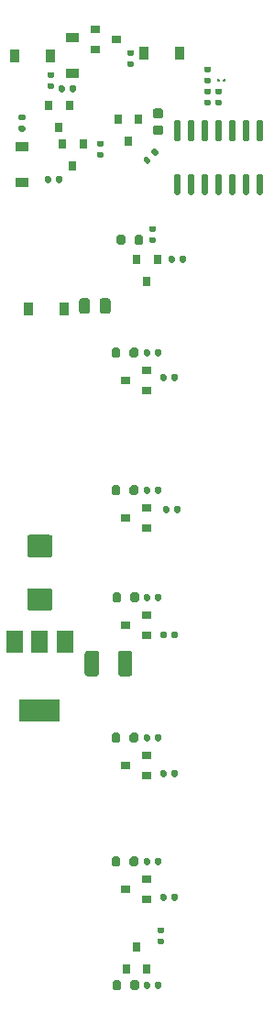
<source format=gtp>
G04 #@! TF.GenerationSoftware,KiCad,Pcbnew,(5.1.7)-1*
G04 #@! TF.CreationDate,2021-01-31T04:24:23+01:00*
G04 #@! TF.ProjectId,clockdiv,636c6f63-6b64-4697-962e-6b696361645f,rev?*
G04 #@! TF.SameCoordinates,Original*
G04 #@! TF.FileFunction,Paste,Top*
G04 #@! TF.FilePolarity,Positive*
%FSLAX46Y46*%
G04 Gerber Fmt 4.6, Leading zero omitted, Abs format (unit mm)*
G04 Created by KiCad (PCBNEW (5.1.7)-1) date 2021-01-31 04:24:23*
%MOMM*%
%LPD*%
G01*
G04 APERTURE LIST*
%ADD10R,1.500000X2.000000*%
%ADD11R,3.800000X2.000000*%
%ADD12R,0.800000X0.900000*%
%ADD13R,0.900000X1.200000*%
%ADD14R,1.200000X0.900000*%
%ADD15R,0.900000X0.800000*%
G04 APERTURE END LIST*
G04 #@! TO.C,R22*
G36*
G01*
X122950000Y-133292000D02*
X122950000Y-133662000D01*
G75*
G02*
X122815000Y-133797000I-135000J0D01*
G01*
X122545000Y-133797000D01*
G75*
G02*
X122410000Y-133662000I0J135000D01*
G01*
X122410000Y-133292000D01*
G75*
G02*
X122545000Y-133157000I135000J0D01*
G01*
X122815000Y-133157000D01*
G75*
G02*
X122950000Y-133292000I0J-135000D01*
G01*
G37*
G36*
G01*
X123970000Y-133292000D02*
X123970000Y-133662000D01*
G75*
G02*
X123835000Y-133797000I-135000J0D01*
G01*
X123565000Y-133797000D01*
G75*
G02*
X123430000Y-133662000I0J135000D01*
G01*
X123430000Y-133292000D01*
G75*
G02*
X123565000Y-133157000I135000J0D01*
G01*
X123835000Y-133157000D01*
G75*
G02*
X123970000Y-133292000I0J-135000D01*
G01*
G37*
G04 #@! TD*
G04 #@! TO.C,R31*
G36*
G01*
X118764000Y-165587000D02*
X118764000Y-166137000D01*
G75*
G02*
X118564000Y-166337000I-200000J0D01*
G01*
X118164000Y-166337000D01*
G75*
G02*
X117964000Y-166137000I0J200000D01*
G01*
X117964000Y-165587000D01*
G75*
G02*
X118164000Y-165387000I200000J0D01*
G01*
X118564000Y-165387000D01*
G75*
G02*
X118764000Y-165587000I0J-200000D01*
G01*
G37*
G36*
G01*
X120414000Y-165587000D02*
X120414000Y-166137000D01*
G75*
G02*
X120214000Y-166337000I-200000J0D01*
G01*
X119814000Y-166337000D01*
G75*
G02*
X119614000Y-166137000I0J200000D01*
G01*
X119614000Y-165587000D01*
G75*
G02*
X119814000Y-165387000I200000J0D01*
G01*
X120214000Y-165387000D01*
G75*
G02*
X120414000Y-165587000I0J-200000D01*
G01*
G37*
G04 #@! TD*
G04 #@! TO.C,R30*
G36*
G01*
X118701000Y-154157000D02*
X118701000Y-154707000D01*
G75*
G02*
X118501000Y-154907000I-200000J0D01*
G01*
X118101000Y-154907000D01*
G75*
G02*
X117901000Y-154707000I0J200000D01*
G01*
X117901000Y-154157000D01*
G75*
G02*
X118101000Y-153957000I200000J0D01*
G01*
X118501000Y-153957000D01*
G75*
G02*
X118701000Y-154157000I0J-200000D01*
G01*
G37*
G36*
G01*
X120351000Y-154157000D02*
X120351000Y-154707000D01*
G75*
G02*
X120151000Y-154907000I-200000J0D01*
G01*
X119751000Y-154907000D01*
G75*
G02*
X119551000Y-154707000I0J200000D01*
G01*
X119551000Y-154157000D01*
G75*
G02*
X119751000Y-153957000I200000J0D01*
G01*
X120151000Y-153957000D01*
G75*
G02*
X120351000Y-154157000I0J-200000D01*
G01*
G37*
G04 #@! TD*
G04 #@! TO.C,R27*
G36*
G01*
X118701000Y-142727000D02*
X118701000Y-143277000D01*
G75*
G02*
X118501000Y-143477000I-200000J0D01*
G01*
X118101000Y-143477000D01*
G75*
G02*
X117901000Y-143277000I0J200000D01*
G01*
X117901000Y-142727000D01*
G75*
G02*
X118101000Y-142527000I200000J0D01*
G01*
X118501000Y-142527000D01*
G75*
G02*
X118701000Y-142727000I0J-200000D01*
G01*
G37*
G36*
G01*
X120351000Y-142727000D02*
X120351000Y-143277000D01*
G75*
G02*
X120151000Y-143477000I-200000J0D01*
G01*
X119751000Y-143477000D01*
G75*
G02*
X119551000Y-143277000I0J200000D01*
G01*
X119551000Y-142727000D01*
G75*
G02*
X119751000Y-142527000I200000J0D01*
G01*
X120151000Y-142527000D01*
G75*
G02*
X120351000Y-142727000I0J-200000D01*
G01*
G37*
G04 #@! TD*
G04 #@! TO.C,R24*
G36*
G01*
X118764000Y-129773000D02*
X118764000Y-130323000D01*
G75*
G02*
X118564000Y-130523000I-200000J0D01*
G01*
X118164000Y-130523000D01*
G75*
G02*
X117964000Y-130323000I0J200000D01*
G01*
X117964000Y-129773000D01*
G75*
G02*
X118164000Y-129573000I200000J0D01*
G01*
X118564000Y-129573000D01*
G75*
G02*
X118764000Y-129773000I0J-200000D01*
G01*
G37*
G36*
G01*
X120414000Y-129773000D02*
X120414000Y-130323000D01*
G75*
G02*
X120214000Y-130523000I-200000J0D01*
G01*
X119814000Y-130523000D01*
G75*
G02*
X119614000Y-130323000I0J200000D01*
G01*
X119614000Y-129773000D01*
G75*
G02*
X119814000Y-129573000I200000J0D01*
G01*
X120214000Y-129573000D01*
G75*
G02*
X120414000Y-129773000I0J-200000D01*
G01*
G37*
G04 #@! TD*
G04 #@! TO.C,R21*
G36*
G01*
X118701000Y-107167000D02*
X118701000Y-107717000D01*
G75*
G02*
X118501000Y-107917000I-200000J0D01*
G01*
X118101000Y-107917000D01*
G75*
G02*
X117901000Y-107717000I0J200000D01*
G01*
X117901000Y-107167000D01*
G75*
G02*
X118101000Y-106967000I200000J0D01*
G01*
X118501000Y-106967000D01*
G75*
G02*
X118701000Y-107167000I0J-200000D01*
G01*
G37*
G36*
G01*
X120351000Y-107167000D02*
X120351000Y-107717000D01*
G75*
G02*
X120151000Y-107917000I-200000J0D01*
G01*
X119751000Y-107917000D01*
G75*
G02*
X119551000Y-107717000I0J200000D01*
G01*
X119551000Y-107167000D01*
G75*
G02*
X119751000Y-106967000I200000J0D01*
G01*
X120151000Y-106967000D01*
G75*
G02*
X120351000Y-107167000I0J-200000D01*
G01*
G37*
G04 #@! TD*
G04 #@! TO.C,R18*
G36*
G01*
X118701000Y-119867000D02*
X118701000Y-120417000D01*
G75*
G02*
X118501000Y-120617000I-200000J0D01*
G01*
X118101000Y-120617000D01*
G75*
G02*
X117901000Y-120417000I0J200000D01*
G01*
X117901000Y-119867000D01*
G75*
G02*
X118101000Y-119667000I200000J0D01*
G01*
X118501000Y-119667000D01*
G75*
G02*
X118701000Y-119867000I0J-200000D01*
G01*
G37*
G36*
G01*
X120351000Y-119867000D02*
X120351000Y-120417000D01*
G75*
G02*
X120151000Y-120617000I-200000J0D01*
G01*
X119751000Y-120617000D01*
G75*
G02*
X119551000Y-120417000I0J200000D01*
G01*
X119551000Y-119867000D01*
G75*
G02*
X119751000Y-119667000I200000J0D01*
G01*
X120151000Y-119667000D01*
G75*
G02*
X120351000Y-119867000I0J-200000D01*
G01*
G37*
G04 #@! TD*
G04 #@! TO.C,R15*
G36*
G01*
X119146000Y-96753000D02*
X119146000Y-97303000D01*
G75*
G02*
X118946000Y-97503000I-200000J0D01*
G01*
X118546000Y-97503000D01*
G75*
G02*
X118346000Y-97303000I0J200000D01*
G01*
X118346000Y-96753000D01*
G75*
G02*
X118546000Y-96553000I200000J0D01*
G01*
X118946000Y-96553000D01*
G75*
G02*
X119146000Y-96753000I0J-200000D01*
G01*
G37*
G36*
G01*
X120796000Y-96753000D02*
X120796000Y-97303000D01*
G75*
G02*
X120596000Y-97503000I-200000J0D01*
G01*
X120196000Y-97503000D01*
G75*
G02*
X119996000Y-97303000I0J200000D01*
G01*
X119996000Y-96753000D01*
G75*
G02*
X120196000Y-96553000I200000J0D01*
G01*
X120596000Y-96553000D01*
G75*
G02*
X120796000Y-96753000I0J-200000D01*
G01*
G37*
G04 #@! TD*
G04 #@! TO.C,R8*
G36*
G01*
X121218104Y-89340267D02*
X121479733Y-89601896D01*
G75*
G02*
X121479733Y-89792814I-95459J-95459D01*
G01*
X121288814Y-89983733D01*
G75*
G02*
X121097896Y-89983733I-95459J95459D01*
G01*
X120836267Y-89722104D01*
G75*
G02*
X120836267Y-89531186I95459J95459D01*
G01*
X121027186Y-89340267D01*
G75*
G02*
X121218104Y-89340267I95459J-95459D01*
G01*
G37*
G36*
G01*
X121939352Y-88619019D02*
X122200981Y-88880648D01*
G75*
G02*
X122200981Y-89071566I-95459J-95459D01*
G01*
X122010062Y-89262485D01*
G75*
G02*
X121819144Y-89262485I-95459J95459D01*
G01*
X121557515Y-89000856D01*
G75*
G02*
X121557515Y-88809938I95459J95459D01*
G01*
X121748434Y-88619019D01*
G75*
G02*
X121939352Y-88619019I95459J-95459D01*
G01*
G37*
G04 #@! TD*
D10*
G04 #@! TO.C,U2*
X113552000Y-134162000D03*
X108952000Y-134162000D03*
X111252000Y-134162000D03*
D11*
X111252000Y-140462000D03*
G04 #@! TD*
G04 #@! TO.C,C6*
G36*
G01*
X116727000Y-135218997D02*
X116727000Y-137069003D01*
G75*
G02*
X116477003Y-137319000I-249997J0D01*
G01*
X115651997Y-137319000D01*
G75*
G02*
X115402000Y-137069003I0J249997D01*
G01*
X115402000Y-135218997D01*
G75*
G02*
X115651997Y-134969000I249997J0D01*
G01*
X116477003Y-134969000D01*
G75*
G02*
X116727000Y-135218997I0J-249997D01*
G01*
G37*
G36*
G01*
X119802000Y-135218997D02*
X119802000Y-137069003D01*
G75*
G02*
X119552003Y-137319000I-249997J0D01*
G01*
X118726997Y-137319000D01*
G75*
G02*
X118477000Y-137069003I0J249997D01*
G01*
X118477000Y-135218997D01*
G75*
G02*
X118726997Y-134969000I249997J0D01*
G01*
X119552003Y-134969000D01*
G75*
G02*
X119802000Y-135218997I0J-249997D01*
G01*
G37*
G04 #@! TD*
G04 #@! TO.C,C5*
G36*
G01*
X112177000Y-126337000D02*
X110327000Y-126337000D01*
G75*
G02*
X110077000Y-126087000I0J250000D01*
G01*
X110077000Y-124512000D01*
G75*
G02*
X110327000Y-124262000I250000J0D01*
G01*
X112177000Y-124262000D01*
G75*
G02*
X112427000Y-124512000I0J-250000D01*
G01*
X112427000Y-126087000D01*
G75*
G02*
X112177000Y-126337000I-250000J0D01*
G01*
G37*
G36*
G01*
X112177000Y-131262000D02*
X110327000Y-131262000D01*
G75*
G02*
X110077000Y-131012000I0J250000D01*
G01*
X110077000Y-129437000D01*
G75*
G02*
X110327000Y-129187000I250000J0D01*
G01*
X112177000Y-129187000D01*
G75*
G02*
X112427000Y-129437000I0J-250000D01*
G01*
X112427000Y-131012000D01*
G75*
G02*
X112177000Y-131262000I-250000J0D01*
G01*
G37*
G04 #@! TD*
G04 #@! TO.C,R12*
G36*
G01*
X121906000Y-166047000D02*
X121906000Y-165677000D01*
G75*
G02*
X122041000Y-165542000I135000J0D01*
G01*
X122311000Y-165542000D01*
G75*
G02*
X122446000Y-165677000I0J-135000D01*
G01*
X122446000Y-166047000D01*
G75*
G02*
X122311000Y-166182000I-135000J0D01*
G01*
X122041000Y-166182000D01*
G75*
G02*
X121906000Y-166047000I0J135000D01*
G01*
G37*
G36*
G01*
X120886000Y-166047000D02*
X120886000Y-165677000D01*
G75*
G02*
X121021000Y-165542000I135000J0D01*
G01*
X121291000Y-165542000D01*
G75*
G02*
X121426000Y-165677000I0J-135000D01*
G01*
X121426000Y-166047000D01*
G75*
G02*
X121291000Y-166182000I-135000J0D01*
G01*
X121021000Y-166182000D01*
G75*
G02*
X120886000Y-166047000I0J135000D01*
G01*
G37*
G04 #@! TD*
G04 #@! TO.C,R10*
G36*
G01*
X122243000Y-161530000D02*
X122613000Y-161530000D01*
G75*
G02*
X122748000Y-161665000I0J-135000D01*
G01*
X122748000Y-161935000D01*
G75*
G02*
X122613000Y-162070000I-135000J0D01*
G01*
X122243000Y-162070000D01*
G75*
G02*
X122108000Y-161935000I0J135000D01*
G01*
X122108000Y-161665000D01*
G75*
G02*
X122243000Y-161530000I135000J0D01*
G01*
G37*
G36*
G01*
X122243000Y-160510000D02*
X122613000Y-160510000D01*
G75*
G02*
X122748000Y-160645000I0J-135000D01*
G01*
X122748000Y-160915000D01*
G75*
G02*
X122613000Y-161050000I-135000J0D01*
G01*
X122243000Y-161050000D01*
G75*
G02*
X122108000Y-160915000I0J135000D01*
G01*
X122108000Y-160645000D01*
G75*
G02*
X122243000Y-160510000I135000J0D01*
G01*
G37*
G04 #@! TD*
D12*
G04 #@! TO.C,Q5*
X120208000Y-162322000D03*
X121158000Y-164322000D03*
X119258000Y-164322000D03*
G04 #@! TD*
G04 #@! TO.C,U1*
G36*
G01*
X124102000Y-87908000D02*
X123802000Y-87908000D01*
G75*
G02*
X123652000Y-87758000I0J150000D01*
G01*
X123652000Y-86108000D01*
G75*
G02*
X123802000Y-85958000I150000J0D01*
G01*
X124102000Y-85958000D01*
G75*
G02*
X124252000Y-86108000I0J-150000D01*
G01*
X124252000Y-87758000D01*
G75*
G02*
X124102000Y-87908000I-150000J0D01*
G01*
G37*
G36*
G01*
X125372000Y-87908000D02*
X125072000Y-87908000D01*
G75*
G02*
X124922000Y-87758000I0J150000D01*
G01*
X124922000Y-86108000D01*
G75*
G02*
X125072000Y-85958000I150000J0D01*
G01*
X125372000Y-85958000D01*
G75*
G02*
X125522000Y-86108000I0J-150000D01*
G01*
X125522000Y-87758000D01*
G75*
G02*
X125372000Y-87908000I-150000J0D01*
G01*
G37*
G36*
G01*
X126642000Y-87908000D02*
X126342000Y-87908000D01*
G75*
G02*
X126192000Y-87758000I0J150000D01*
G01*
X126192000Y-86108000D01*
G75*
G02*
X126342000Y-85958000I150000J0D01*
G01*
X126642000Y-85958000D01*
G75*
G02*
X126792000Y-86108000I0J-150000D01*
G01*
X126792000Y-87758000D01*
G75*
G02*
X126642000Y-87908000I-150000J0D01*
G01*
G37*
G36*
G01*
X127912000Y-87908000D02*
X127612000Y-87908000D01*
G75*
G02*
X127462000Y-87758000I0J150000D01*
G01*
X127462000Y-86108000D01*
G75*
G02*
X127612000Y-85958000I150000J0D01*
G01*
X127912000Y-85958000D01*
G75*
G02*
X128062000Y-86108000I0J-150000D01*
G01*
X128062000Y-87758000D01*
G75*
G02*
X127912000Y-87908000I-150000J0D01*
G01*
G37*
G36*
G01*
X129182000Y-87908000D02*
X128882000Y-87908000D01*
G75*
G02*
X128732000Y-87758000I0J150000D01*
G01*
X128732000Y-86108000D01*
G75*
G02*
X128882000Y-85958000I150000J0D01*
G01*
X129182000Y-85958000D01*
G75*
G02*
X129332000Y-86108000I0J-150000D01*
G01*
X129332000Y-87758000D01*
G75*
G02*
X129182000Y-87908000I-150000J0D01*
G01*
G37*
G36*
G01*
X130452000Y-87908000D02*
X130152000Y-87908000D01*
G75*
G02*
X130002000Y-87758000I0J150000D01*
G01*
X130002000Y-86108000D01*
G75*
G02*
X130152000Y-85958000I150000J0D01*
G01*
X130452000Y-85958000D01*
G75*
G02*
X130602000Y-86108000I0J-150000D01*
G01*
X130602000Y-87758000D01*
G75*
G02*
X130452000Y-87908000I-150000J0D01*
G01*
G37*
G36*
G01*
X131722000Y-87908000D02*
X131422000Y-87908000D01*
G75*
G02*
X131272000Y-87758000I0J150000D01*
G01*
X131272000Y-86108000D01*
G75*
G02*
X131422000Y-85958000I150000J0D01*
G01*
X131722000Y-85958000D01*
G75*
G02*
X131872000Y-86108000I0J-150000D01*
G01*
X131872000Y-87758000D01*
G75*
G02*
X131722000Y-87908000I-150000J0D01*
G01*
G37*
G36*
G01*
X131722000Y-92858000D02*
X131422000Y-92858000D01*
G75*
G02*
X131272000Y-92708000I0J150000D01*
G01*
X131272000Y-91058000D01*
G75*
G02*
X131422000Y-90908000I150000J0D01*
G01*
X131722000Y-90908000D01*
G75*
G02*
X131872000Y-91058000I0J-150000D01*
G01*
X131872000Y-92708000D01*
G75*
G02*
X131722000Y-92858000I-150000J0D01*
G01*
G37*
G36*
G01*
X130452000Y-92858000D02*
X130152000Y-92858000D01*
G75*
G02*
X130002000Y-92708000I0J150000D01*
G01*
X130002000Y-91058000D01*
G75*
G02*
X130152000Y-90908000I150000J0D01*
G01*
X130452000Y-90908000D01*
G75*
G02*
X130602000Y-91058000I0J-150000D01*
G01*
X130602000Y-92708000D01*
G75*
G02*
X130452000Y-92858000I-150000J0D01*
G01*
G37*
G36*
G01*
X129182000Y-92858000D02*
X128882000Y-92858000D01*
G75*
G02*
X128732000Y-92708000I0J150000D01*
G01*
X128732000Y-91058000D01*
G75*
G02*
X128882000Y-90908000I150000J0D01*
G01*
X129182000Y-90908000D01*
G75*
G02*
X129332000Y-91058000I0J-150000D01*
G01*
X129332000Y-92708000D01*
G75*
G02*
X129182000Y-92858000I-150000J0D01*
G01*
G37*
G36*
G01*
X127912000Y-92858000D02*
X127612000Y-92858000D01*
G75*
G02*
X127462000Y-92708000I0J150000D01*
G01*
X127462000Y-91058000D01*
G75*
G02*
X127612000Y-90908000I150000J0D01*
G01*
X127912000Y-90908000D01*
G75*
G02*
X128062000Y-91058000I0J-150000D01*
G01*
X128062000Y-92708000D01*
G75*
G02*
X127912000Y-92858000I-150000J0D01*
G01*
G37*
G36*
G01*
X126642000Y-92858000D02*
X126342000Y-92858000D01*
G75*
G02*
X126192000Y-92708000I0J150000D01*
G01*
X126192000Y-91058000D01*
G75*
G02*
X126342000Y-90908000I150000J0D01*
G01*
X126642000Y-90908000D01*
G75*
G02*
X126792000Y-91058000I0J-150000D01*
G01*
X126792000Y-92708000D01*
G75*
G02*
X126642000Y-92858000I-150000J0D01*
G01*
G37*
G36*
G01*
X125372000Y-92858000D02*
X125072000Y-92858000D01*
G75*
G02*
X124922000Y-92708000I0J150000D01*
G01*
X124922000Y-91058000D01*
G75*
G02*
X125072000Y-90908000I150000J0D01*
G01*
X125372000Y-90908000D01*
G75*
G02*
X125522000Y-91058000I0J-150000D01*
G01*
X125522000Y-92708000D01*
G75*
G02*
X125372000Y-92858000I-150000J0D01*
G01*
G37*
G36*
G01*
X124102000Y-92858000D02*
X123802000Y-92858000D01*
G75*
G02*
X123652000Y-92708000I0J150000D01*
G01*
X123652000Y-91058000D01*
G75*
G02*
X123802000Y-90908000I150000J0D01*
G01*
X124102000Y-90908000D01*
G75*
G02*
X124252000Y-91058000I0J-150000D01*
G01*
X124252000Y-92708000D01*
G75*
G02*
X124102000Y-92858000I-150000J0D01*
G01*
G37*
G04 #@! TD*
G04 #@! TO.C,R11*
G36*
G01*
X112762000Y-91625000D02*
X112762000Y-91255000D01*
G75*
G02*
X112897000Y-91120000I135000J0D01*
G01*
X113167000Y-91120000D01*
G75*
G02*
X113302000Y-91255000I0J-135000D01*
G01*
X113302000Y-91625000D01*
G75*
G02*
X113167000Y-91760000I-135000J0D01*
G01*
X112897000Y-91760000D01*
G75*
G02*
X112762000Y-91625000I0J135000D01*
G01*
G37*
G36*
G01*
X111742000Y-91625000D02*
X111742000Y-91255000D01*
G75*
G02*
X111877000Y-91120000I135000J0D01*
G01*
X112147000Y-91120000D01*
G75*
G02*
X112282000Y-91255000I0J-135000D01*
G01*
X112282000Y-91625000D01*
G75*
G02*
X112147000Y-91760000I-135000J0D01*
G01*
X111877000Y-91760000D01*
G75*
G02*
X111742000Y-91625000I0J135000D01*
G01*
G37*
G04 #@! TD*
D13*
G04 #@! TO.C,D5*
X110238000Y-103378000D03*
X113538000Y-103378000D03*
G04 #@! TD*
G04 #@! TO.C,C4*
G36*
G01*
X116782000Y-103599000D02*
X116782000Y-102649000D01*
G75*
G02*
X117032000Y-102399000I250000J0D01*
G01*
X117532000Y-102399000D01*
G75*
G02*
X117782000Y-102649000I0J-250000D01*
G01*
X117782000Y-103599000D01*
G75*
G02*
X117532000Y-103849000I-250000J0D01*
G01*
X117032000Y-103849000D01*
G75*
G02*
X116782000Y-103599000I0J250000D01*
G01*
G37*
G36*
G01*
X114882000Y-103599000D02*
X114882000Y-102649000D01*
G75*
G02*
X115132000Y-102399000I250000J0D01*
G01*
X115632000Y-102399000D01*
G75*
G02*
X115882000Y-102649000I0J-250000D01*
G01*
X115882000Y-103599000D01*
G75*
G02*
X115632000Y-103849000I-250000J0D01*
G01*
X115132000Y-103849000D01*
G75*
G02*
X114882000Y-103599000I0J250000D01*
G01*
G37*
G04 #@! TD*
D14*
G04 #@! TO.C,D4*
X114300000Y-78360000D03*
X114300000Y-81660000D03*
G04 #@! TD*
G04 #@! TO.C,D3*
X109601000Y-91693000D03*
X109601000Y-88393000D03*
G04 #@! TD*
D13*
G04 #@! TO.C,D2*
X108968000Y-80010000D03*
X112268000Y-80010000D03*
G04 #@! TD*
G04 #@! TO.C,D1*
X124206000Y-79756000D03*
X120906000Y-79756000D03*
G04 #@! TD*
G04 #@! TO.C,C2*
G36*
G01*
X121924000Y-86431000D02*
X122424000Y-86431000D01*
G75*
G02*
X122649000Y-86656000I0J-225000D01*
G01*
X122649000Y-87106000D01*
G75*
G02*
X122424000Y-87331000I-225000J0D01*
G01*
X121924000Y-87331000D01*
G75*
G02*
X121699000Y-87106000I0J225000D01*
G01*
X121699000Y-86656000D01*
G75*
G02*
X121924000Y-86431000I225000J0D01*
G01*
G37*
G36*
G01*
X121924000Y-84881000D02*
X122424000Y-84881000D01*
G75*
G02*
X122649000Y-85106000I0J-225000D01*
G01*
X122649000Y-85556000D01*
G75*
G02*
X122424000Y-85781000I-225000J0D01*
G01*
X121924000Y-85781000D01*
G75*
G02*
X121699000Y-85556000I0J225000D01*
G01*
X121699000Y-85106000D01*
G75*
G02*
X121924000Y-84881000I225000J0D01*
G01*
G37*
G04 #@! TD*
G04 #@! TO.C,R29*
G36*
G01*
X121908000Y-154617000D02*
X121908000Y-154247000D01*
G75*
G02*
X122043000Y-154112000I135000J0D01*
G01*
X122313000Y-154112000D01*
G75*
G02*
X122448000Y-154247000I0J-135000D01*
G01*
X122448000Y-154617000D01*
G75*
G02*
X122313000Y-154752000I-135000J0D01*
G01*
X122043000Y-154752000D01*
G75*
G02*
X121908000Y-154617000I0J135000D01*
G01*
G37*
G36*
G01*
X120888000Y-154617000D02*
X120888000Y-154247000D01*
G75*
G02*
X121023000Y-154112000I135000J0D01*
G01*
X121293000Y-154112000D01*
G75*
G02*
X121428000Y-154247000I0J-135000D01*
G01*
X121428000Y-154617000D01*
G75*
G02*
X121293000Y-154752000I-135000J0D01*
G01*
X121023000Y-154752000D01*
G75*
G02*
X120888000Y-154617000I0J135000D01*
G01*
G37*
G04 #@! TD*
G04 #@! TO.C,R28*
G36*
G01*
X122950000Y-157549000D02*
X122950000Y-157919000D01*
G75*
G02*
X122815000Y-158054000I-135000J0D01*
G01*
X122545000Y-158054000D01*
G75*
G02*
X122410000Y-157919000I0J135000D01*
G01*
X122410000Y-157549000D01*
G75*
G02*
X122545000Y-157414000I135000J0D01*
G01*
X122815000Y-157414000D01*
G75*
G02*
X122950000Y-157549000I0J-135000D01*
G01*
G37*
G36*
G01*
X123970000Y-157549000D02*
X123970000Y-157919000D01*
G75*
G02*
X123835000Y-158054000I-135000J0D01*
G01*
X123565000Y-158054000D01*
G75*
G02*
X123430000Y-157919000I0J135000D01*
G01*
X123430000Y-157549000D01*
G75*
G02*
X123565000Y-157414000I135000J0D01*
G01*
X123835000Y-157414000D01*
G75*
G02*
X123970000Y-157549000I0J-135000D01*
G01*
G37*
G04 #@! TD*
G04 #@! TO.C,R26*
G36*
G01*
X121906000Y-143187000D02*
X121906000Y-142817000D01*
G75*
G02*
X122041000Y-142682000I135000J0D01*
G01*
X122311000Y-142682000D01*
G75*
G02*
X122446000Y-142817000I0J-135000D01*
G01*
X122446000Y-143187000D01*
G75*
G02*
X122311000Y-143322000I-135000J0D01*
G01*
X122041000Y-143322000D01*
G75*
G02*
X121906000Y-143187000I0J135000D01*
G01*
G37*
G36*
G01*
X120886000Y-143187000D02*
X120886000Y-142817000D01*
G75*
G02*
X121021000Y-142682000I135000J0D01*
G01*
X121291000Y-142682000D01*
G75*
G02*
X121426000Y-142817000I0J-135000D01*
G01*
X121426000Y-143187000D01*
G75*
G02*
X121291000Y-143322000I-135000J0D01*
G01*
X121021000Y-143322000D01*
G75*
G02*
X120886000Y-143187000I0J135000D01*
G01*
G37*
G04 #@! TD*
G04 #@! TO.C,R25*
G36*
G01*
X122952000Y-146119000D02*
X122952000Y-146489000D01*
G75*
G02*
X122817000Y-146624000I-135000J0D01*
G01*
X122547000Y-146624000D01*
G75*
G02*
X122412000Y-146489000I0J135000D01*
G01*
X122412000Y-146119000D01*
G75*
G02*
X122547000Y-145984000I135000J0D01*
G01*
X122817000Y-145984000D01*
G75*
G02*
X122952000Y-146119000I0J-135000D01*
G01*
G37*
G36*
G01*
X123972000Y-146119000D02*
X123972000Y-146489000D01*
G75*
G02*
X123837000Y-146624000I-135000J0D01*
G01*
X123567000Y-146624000D01*
G75*
G02*
X123432000Y-146489000I0J135000D01*
G01*
X123432000Y-146119000D01*
G75*
G02*
X123567000Y-145984000I135000J0D01*
G01*
X123837000Y-145984000D01*
G75*
G02*
X123972000Y-146119000I0J-135000D01*
G01*
G37*
G04 #@! TD*
G04 #@! TO.C,R23*
G36*
G01*
X121906000Y-130233000D02*
X121906000Y-129863000D01*
G75*
G02*
X122041000Y-129728000I135000J0D01*
G01*
X122311000Y-129728000D01*
G75*
G02*
X122446000Y-129863000I0J-135000D01*
G01*
X122446000Y-130233000D01*
G75*
G02*
X122311000Y-130368000I-135000J0D01*
G01*
X122041000Y-130368000D01*
G75*
G02*
X121906000Y-130233000I0J135000D01*
G01*
G37*
G36*
G01*
X120886000Y-130233000D02*
X120886000Y-129863000D01*
G75*
G02*
X121021000Y-129728000I135000J0D01*
G01*
X121291000Y-129728000D01*
G75*
G02*
X121426000Y-129863000I0J-135000D01*
G01*
X121426000Y-130233000D01*
G75*
G02*
X121291000Y-130368000I-135000J0D01*
G01*
X121021000Y-130368000D01*
G75*
G02*
X120886000Y-130233000I0J135000D01*
G01*
G37*
G04 #@! TD*
G04 #@! TO.C,R20*
G36*
G01*
X121906000Y-107627000D02*
X121906000Y-107257000D01*
G75*
G02*
X122041000Y-107122000I135000J0D01*
G01*
X122311000Y-107122000D01*
G75*
G02*
X122446000Y-107257000I0J-135000D01*
G01*
X122446000Y-107627000D01*
G75*
G02*
X122311000Y-107762000I-135000J0D01*
G01*
X122041000Y-107762000D01*
G75*
G02*
X121906000Y-107627000I0J135000D01*
G01*
G37*
G36*
G01*
X120886000Y-107627000D02*
X120886000Y-107257000D01*
G75*
G02*
X121021000Y-107122000I135000J0D01*
G01*
X121291000Y-107122000D01*
G75*
G02*
X121426000Y-107257000I0J-135000D01*
G01*
X121426000Y-107627000D01*
G75*
G02*
X121291000Y-107762000I-135000J0D01*
G01*
X121021000Y-107762000D01*
G75*
G02*
X120886000Y-107627000I0J135000D01*
G01*
G37*
G04 #@! TD*
G04 #@! TO.C,R19*
G36*
G01*
X123970000Y-109543000D02*
X123970000Y-109913000D01*
G75*
G02*
X123835000Y-110048000I-135000J0D01*
G01*
X123565000Y-110048000D01*
G75*
G02*
X123430000Y-109913000I0J135000D01*
G01*
X123430000Y-109543000D01*
G75*
G02*
X123565000Y-109408000I135000J0D01*
G01*
X123835000Y-109408000D01*
G75*
G02*
X123970000Y-109543000I0J-135000D01*
G01*
G37*
G36*
G01*
X122950000Y-109543000D02*
X122950000Y-109913000D01*
G75*
G02*
X122815000Y-110048000I-135000J0D01*
G01*
X122545000Y-110048000D01*
G75*
G02*
X122410000Y-109913000I0J135000D01*
G01*
X122410000Y-109543000D01*
G75*
G02*
X122545000Y-109408000I135000J0D01*
G01*
X122815000Y-109408000D01*
G75*
G02*
X122950000Y-109543000I0J-135000D01*
G01*
G37*
G04 #@! TD*
G04 #@! TO.C,R17*
G36*
G01*
X121906000Y-120327000D02*
X121906000Y-119957000D01*
G75*
G02*
X122041000Y-119822000I135000J0D01*
G01*
X122311000Y-119822000D01*
G75*
G02*
X122446000Y-119957000I0J-135000D01*
G01*
X122446000Y-120327000D01*
G75*
G02*
X122311000Y-120462000I-135000J0D01*
G01*
X122041000Y-120462000D01*
G75*
G02*
X121906000Y-120327000I0J135000D01*
G01*
G37*
G36*
G01*
X120886000Y-120327000D02*
X120886000Y-119957000D01*
G75*
G02*
X121021000Y-119822000I135000J0D01*
G01*
X121291000Y-119822000D01*
G75*
G02*
X121426000Y-119957000I0J-135000D01*
G01*
X121426000Y-120327000D01*
G75*
G02*
X121291000Y-120462000I-135000J0D01*
G01*
X121021000Y-120462000D01*
G75*
G02*
X120886000Y-120327000I0J135000D01*
G01*
G37*
G04 #@! TD*
G04 #@! TO.C,R16*
G36*
G01*
X123204000Y-121735000D02*
X123204000Y-122105000D01*
G75*
G02*
X123069000Y-122240000I-135000J0D01*
G01*
X122799000Y-122240000D01*
G75*
G02*
X122664000Y-122105000I0J135000D01*
G01*
X122664000Y-121735000D01*
G75*
G02*
X122799000Y-121600000I135000J0D01*
G01*
X123069000Y-121600000D01*
G75*
G02*
X123204000Y-121735000I0J-135000D01*
G01*
G37*
G36*
G01*
X124224000Y-121735000D02*
X124224000Y-122105000D01*
G75*
G02*
X124089000Y-122240000I-135000J0D01*
G01*
X123819000Y-122240000D01*
G75*
G02*
X123684000Y-122105000I0J135000D01*
G01*
X123684000Y-121735000D01*
G75*
G02*
X123819000Y-121600000I135000J0D01*
G01*
X124089000Y-121600000D01*
G75*
G02*
X124224000Y-121735000I0J-135000D01*
G01*
G37*
G04 #@! TD*
G04 #@! TO.C,R14*
G36*
G01*
X121851000Y-96280000D02*
X121481000Y-96280000D01*
G75*
G02*
X121346000Y-96145000I0J135000D01*
G01*
X121346000Y-95875000D01*
G75*
G02*
X121481000Y-95740000I135000J0D01*
G01*
X121851000Y-95740000D01*
G75*
G02*
X121986000Y-95875000I0J-135000D01*
G01*
X121986000Y-96145000D01*
G75*
G02*
X121851000Y-96280000I-135000J0D01*
G01*
G37*
G36*
G01*
X121851000Y-97300000D02*
X121481000Y-97300000D01*
G75*
G02*
X121346000Y-97165000I0J135000D01*
G01*
X121346000Y-96895000D01*
G75*
G02*
X121481000Y-96760000I135000J0D01*
G01*
X121851000Y-96760000D01*
G75*
G02*
X121986000Y-96895000I0J-135000D01*
G01*
X121986000Y-97165000D01*
G75*
G02*
X121851000Y-97300000I-135000J0D01*
G01*
G37*
G04 #@! TD*
G04 #@! TO.C,R13*
G36*
G01*
X123712000Y-98621000D02*
X123712000Y-98991000D01*
G75*
G02*
X123577000Y-99126000I-135000J0D01*
G01*
X123307000Y-99126000D01*
G75*
G02*
X123172000Y-98991000I0J135000D01*
G01*
X123172000Y-98621000D01*
G75*
G02*
X123307000Y-98486000I135000J0D01*
G01*
X123577000Y-98486000D01*
G75*
G02*
X123712000Y-98621000I0J-135000D01*
G01*
G37*
G36*
G01*
X124732000Y-98621000D02*
X124732000Y-98991000D01*
G75*
G02*
X124597000Y-99126000I-135000J0D01*
G01*
X124327000Y-99126000D01*
G75*
G02*
X124192000Y-98991000I0J135000D01*
G01*
X124192000Y-98621000D01*
G75*
G02*
X124327000Y-98486000I135000J0D01*
G01*
X124597000Y-98486000D01*
G75*
G02*
X124732000Y-98621000I0J-135000D01*
G01*
G37*
G04 #@! TD*
G04 #@! TO.C,R9*
G36*
G01*
X117025000Y-88406000D02*
X116655000Y-88406000D01*
G75*
G02*
X116520000Y-88271000I0J135000D01*
G01*
X116520000Y-88001000D01*
G75*
G02*
X116655000Y-87866000I135000J0D01*
G01*
X117025000Y-87866000D01*
G75*
G02*
X117160000Y-88001000I0J-135000D01*
G01*
X117160000Y-88271000D01*
G75*
G02*
X117025000Y-88406000I-135000J0D01*
G01*
G37*
G36*
G01*
X117025000Y-89426000D02*
X116655000Y-89426000D01*
G75*
G02*
X116520000Y-89291000I0J135000D01*
G01*
X116520000Y-89021000D01*
G75*
G02*
X116655000Y-88886000I135000J0D01*
G01*
X117025000Y-88886000D01*
G75*
G02*
X117160000Y-89021000I0J-135000D01*
G01*
X117160000Y-89291000D01*
G75*
G02*
X117025000Y-89426000I-135000J0D01*
G01*
G37*
G04 #@! TD*
G04 #@! TO.C,R7*
G36*
G01*
X113552000Y-82873000D02*
X113552000Y-83243000D01*
G75*
G02*
X113417000Y-83378000I-135000J0D01*
G01*
X113147000Y-83378000D01*
G75*
G02*
X113012000Y-83243000I0J135000D01*
G01*
X113012000Y-82873000D01*
G75*
G02*
X113147000Y-82738000I135000J0D01*
G01*
X113417000Y-82738000D01*
G75*
G02*
X113552000Y-82873000I0J-135000D01*
G01*
G37*
G36*
G01*
X114572000Y-82873000D02*
X114572000Y-83243000D01*
G75*
G02*
X114437000Y-83378000I-135000J0D01*
G01*
X114167000Y-83378000D01*
G75*
G02*
X114032000Y-83243000I0J135000D01*
G01*
X114032000Y-82873000D01*
G75*
G02*
X114167000Y-82738000I135000J0D01*
G01*
X114437000Y-82738000D01*
G75*
G02*
X114572000Y-82873000I0J-135000D01*
G01*
G37*
G04 #@! TD*
G04 #@! TO.C,R6*
G36*
G01*
X109786000Y-85993000D02*
X109416000Y-85993000D01*
G75*
G02*
X109281000Y-85858000I0J135000D01*
G01*
X109281000Y-85588000D01*
G75*
G02*
X109416000Y-85453000I135000J0D01*
G01*
X109786000Y-85453000D01*
G75*
G02*
X109921000Y-85588000I0J-135000D01*
G01*
X109921000Y-85858000D01*
G75*
G02*
X109786000Y-85993000I-135000J0D01*
G01*
G37*
G36*
G01*
X109786000Y-87013000D02*
X109416000Y-87013000D01*
G75*
G02*
X109281000Y-86878000I0J135000D01*
G01*
X109281000Y-86608000D01*
G75*
G02*
X109416000Y-86473000I135000J0D01*
G01*
X109786000Y-86473000D01*
G75*
G02*
X109921000Y-86608000I0J-135000D01*
G01*
X109921000Y-86878000D01*
G75*
G02*
X109786000Y-87013000I-135000J0D01*
G01*
G37*
G04 #@! TD*
G04 #@! TO.C,R5*
G36*
G01*
X112083000Y-82536000D02*
X112453000Y-82536000D01*
G75*
G02*
X112588000Y-82671000I0J-135000D01*
G01*
X112588000Y-82941000D01*
G75*
G02*
X112453000Y-83076000I-135000J0D01*
G01*
X112083000Y-83076000D01*
G75*
G02*
X111948000Y-82941000I0J135000D01*
G01*
X111948000Y-82671000D01*
G75*
G02*
X112083000Y-82536000I135000J0D01*
G01*
G37*
G36*
G01*
X112083000Y-81516000D02*
X112453000Y-81516000D01*
G75*
G02*
X112588000Y-81651000I0J-135000D01*
G01*
X112588000Y-81921000D01*
G75*
G02*
X112453000Y-82056000I-135000J0D01*
G01*
X112083000Y-82056000D01*
G75*
G02*
X111948000Y-81921000I0J135000D01*
G01*
X111948000Y-81651000D01*
G75*
G02*
X112083000Y-81516000I135000J0D01*
G01*
G37*
G04 #@! TD*
G04 #@! TO.C,R4*
G36*
G01*
X119449000Y-80504000D02*
X119819000Y-80504000D01*
G75*
G02*
X119954000Y-80639000I0J-135000D01*
G01*
X119954000Y-80909000D01*
G75*
G02*
X119819000Y-81044000I-135000J0D01*
G01*
X119449000Y-81044000D01*
G75*
G02*
X119314000Y-80909000I0J135000D01*
G01*
X119314000Y-80639000D01*
G75*
G02*
X119449000Y-80504000I135000J0D01*
G01*
G37*
G36*
G01*
X119449000Y-79484000D02*
X119819000Y-79484000D01*
G75*
G02*
X119954000Y-79619000I0J-135000D01*
G01*
X119954000Y-79889000D01*
G75*
G02*
X119819000Y-80024000I-135000J0D01*
G01*
X119449000Y-80024000D01*
G75*
G02*
X119314000Y-79889000I0J135000D01*
G01*
X119314000Y-79619000D01*
G75*
G02*
X119449000Y-79484000I135000J0D01*
G01*
G37*
G04 #@! TD*
G04 #@! TO.C,R3*
G36*
G01*
X126931000Y-83580000D02*
X126561000Y-83580000D01*
G75*
G02*
X126426000Y-83445000I0J135000D01*
G01*
X126426000Y-83175000D01*
G75*
G02*
X126561000Y-83040000I135000J0D01*
G01*
X126931000Y-83040000D01*
G75*
G02*
X127066000Y-83175000I0J-135000D01*
G01*
X127066000Y-83445000D01*
G75*
G02*
X126931000Y-83580000I-135000J0D01*
G01*
G37*
G36*
G01*
X126931000Y-84600000D02*
X126561000Y-84600000D01*
G75*
G02*
X126426000Y-84465000I0J135000D01*
G01*
X126426000Y-84195000D01*
G75*
G02*
X126561000Y-84060000I135000J0D01*
G01*
X126931000Y-84060000D01*
G75*
G02*
X127066000Y-84195000I0J-135000D01*
G01*
X127066000Y-84465000D01*
G75*
G02*
X126931000Y-84600000I-135000J0D01*
G01*
G37*
G04 #@! TD*
G04 #@! TO.C,R2*
G36*
G01*
X126561000Y-82028000D02*
X126931000Y-82028000D01*
G75*
G02*
X127066000Y-82163000I0J-135000D01*
G01*
X127066000Y-82433000D01*
G75*
G02*
X126931000Y-82568000I-135000J0D01*
G01*
X126561000Y-82568000D01*
G75*
G02*
X126426000Y-82433000I0J135000D01*
G01*
X126426000Y-82163000D01*
G75*
G02*
X126561000Y-82028000I135000J0D01*
G01*
G37*
G36*
G01*
X126561000Y-81008000D02*
X126931000Y-81008000D01*
G75*
G02*
X127066000Y-81143000I0J-135000D01*
G01*
X127066000Y-81413000D01*
G75*
G02*
X126931000Y-81548000I-135000J0D01*
G01*
X126561000Y-81548000D01*
G75*
G02*
X126426000Y-81413000I0J135000D01*
G01*
X126426000Y-81143000D01*
G75*
G02*
X126561000Y-81008000I135000J0D01*
G01*
G37*
G04 #@! TD*
G04 #@! TO.C,R1*
G36*
G01*
X127577000Y-84060000D02*
X127947000Y-84060000D01*
G75*
G02*
X128082000Y-84195000I0J-135000D01*
G01*
X128082000Y-84465000D01*
G75*
G02*
X127947000Y-84600000I-135000J0D01*
G01*
X127577000Y-84600000D01*
G75*
G02*
X127442000Y-84465000I0J135000D01*
G01*
X127442000Y-84195000D01*
G75*
G02*
X127577000Y-84060000I135000J0D01*
G01*
G37*
G36*
G01*
X127577000Y-83040000D02*
X127947000Y-83040000D01*
G75*
G02*
X128082000Y-83175000I0J-135000D01*
G01*
X128082000Y-83445000D01*
G75*
G02*
X127947000Y-83580000I-135000J0D01*
G01*
X127577000Y-83580000D01*
G75*
G02*
X127442000Y-83445000I0J135000D01*
G01*
X127442000Y-83175000D01*
G75*
G02*
X127577000Y-83040000I135000J0D01*
G01*
G37*
G04 #@! TD*
D15*
G04 #@! TO.C,Q11*
X119142000Y-156972000D03*
X121142000Y-156022000D03*
X121142000Y-157922000D03*
G04 #@! TD*
G04 #@! TO.C,Q10*
X119142000Y-145542000D03*
X121142000Y-144592000D03*
X121142000Y-146492000D03*
G04 #@! TD*
G04 #@! TO.C,Q9*
X119158000Y-132588000D03*
X121158000Y-131638000D03*
X121158000Y-133538000D03*
G04 #@! TD*
G04 #@! TO.C,Q8*
X119142000Y-109982000D03*
X121142000Y-109032000D03*
X121142000Y-110932000D03*
G04 #@! TD*
G04 #@! TO.C,Q7*
X119142000Y-122682000D03*
X121142000Y-121732000D03*
X121142000Y-123632000D03*
G04 #@! TD*
D12*
G04 #@! TO.C,Q6*
X121158000Y-100822000D03*
X120208000Y-98822000D03*
X122108000Y-98822000D03*
G04 #@! TD*
G04 #@! TO.C,Q4*
X114300000Y-90154000D03*
X113350000Y-88154000D03*
X115250000Y-88154000D03*
G04 #@! TD*
G04 #@! TO.C,Q3*
X113030000Y-86598000D03*
X112080000Y-84598000D03*
X113980000Y-84598000D03*
G04 #@! TD*
G04 #@! TO.C,Q2*
X119446000Y-87868000D03*
X118496000Y-85868000D03*
X120396000Y-85868000D03*
G04 #@! TD*
D15*
G04 #@! TO.C,Q1*
X118348000Y-78486000D03*
X116348000Y-79436000D03*
X116348000Y-77536000D03*
G04 #@! TD*
G04 #@! TO.C,C1*
G36*
G01*
X128156000Y-82363500D02*
X128156000Y-82228500D01*
G75*
G02*
X128223500Y-82161000I67500J0D01*
G01*
X128358500Y-82161000D01*
G75*
G02*
X128426000Y-82228500I0J-67500D01*
G01*
X128426000Y-82363500D01*
G75*
G02*
X128358500Y-82431000I-67500J0D01*
G01*
X128223500Y-82431000D01*
G75*
G02*
X128156000Y-82363500I0J67500D01*
G01*
G37*
G36*
G01*
X127606000Y-82363500D02*
X127606000Y-82228500D01*
G75*
G02*
X127673500Y-82161000I67500J0D01*
G01*
X127808500Y-82161000D01*
G75*
G02*
X127876000Y-82228500I0J-67500D01*
G01*
X127876000Y-82363500D01*
G75*
G02*
X127808500Y-82431000I-67500J0D01*
G01*
X127673500Y-82431000D01*
G75*
G02*
X127606000Y-82363500I0J67500D01*
G01*
G37*
G04 #@! TD*
M02*

</source>
